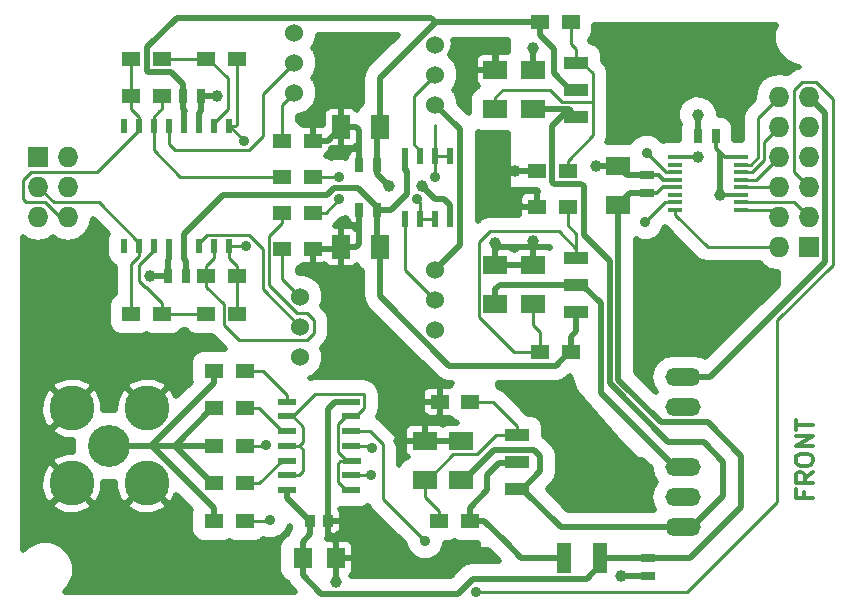
<source format=gtl>
%FSLAX34Y34*%
G04 Gerber Fmt 3.4, Leading zero omitted, Abs format*
G04 (created by PCBNEW (2014-02-24 BZR 4719)-product) date Thu 06 Mar 2014 01:02:44 GMT*
%MOIN*%
G01*
G70*
G90*
G04 APERTURE LIST*
%ADD10C,0.003937*%
%ADD11C,0.011811*%
%ADD12R,0.068000X0.068000*%
%ADD13O,0.068000X0.068000*%
%ADD14R,0.050000X0.015000*%
%ADD15R,0.025000X0.045000*%
%ADD16R,0.063000X0.071000*%
%ADD17R,0.035400X0.039400*%
%ADD18R,0.080000X0.060000*%
%ADD19R,0.045000X0.025000*%
%ADD20R,0.060000X0.080000*%
%ADD21O,0.118100X0.059100*%
%ADD22R,0.059100X0.047200*%
%ADD23C,0.060000*%
%ADD24R,0.059055X0.023622*%
%ADD25R,0.020000X0.045000*%
%ADD26R,0.023600X0.055100*%
%ADD27R,0.080000X0.144000*%
%ADD28R,0.080000X0.040000*%
%ADD29C,0.150000*%
%ADD30C,0.140000*%
%ADD31R,0.050000X0.100000*%
%ADD32C,0.039370*%
%ADD33C,0.035000*%
%ADD34C,0.019685*%
%ADD35C,0.010000*%
G04 APERTURE END LIST*
G54D10*
G54D11*
X104782Y-29904D02*
X104782Y-30101D01*
X105092Y-30101D02*
X104501Y-30101D01*
X104501Y-29820D01*
X105092Y-29257D02*
X104810Y-29454D01*
X105092Y-29595D02*
X104501Y-29595D01*
X104501Y-29370D01*
X104529Y-29314D01*
X104557Y-29285D01*
X104614Y-29257D01*
X104698Y-29257D01*
X104754Y-29285D01*
X104782Y-29314D01*
X104810Y-29370D01*
X104810Y-29595D01*
X104501Y-28892D02*
X104501Y-28779D01*
X104529Y-28723D01*
X104585Y-28667D01*
X104698Y-28639D01*
X104895Y-28639D01*
X105007Y-28667D01*
X105064Y-28723D01*
X105092Y-28779D01*
X105092Y-28892D01*
X105064Y-28948D01*
X105007Y-29004D01*
X104895Y-29032D01*
X104698Y-29032D01*
X104585Y-29004D01*
X104529Y-28948D01*
X104501Y-28892D01*
X105092Y-28385D02*
X104501Y-28385D01*
X105092Y-28048D01*
X104501Y-28048D01*
X104501Y-27851D02*
X104501Y-27514D01*
X105092Y-27682D02*
X104501Y-27682D01*
G54D12*
X79250Y-18750D03*
G54D13*
X79250Y-19750D03*
X79250Y-20750D03*
X80250Y-20750D03*
X80250Y-19750D03*
X80250Y-18750D03*
G54D12*
X104950Y-21750D03*
G54D13*
X104950Y-20750D03*
X104950Y-19750D03*
X104950Y-18750D03*
X104950Y-17750D03*
X104950Y-16750D03*
X103950Y-16750D03*
X103950Y-17750D03*
X103950Y-18750D03*
X103950Y-19750D03*
X103950Y-20750D03*
X103950Y-21750D03*
G54D14*
X100500Y-18750D03*
X100500Y-19000D03*
X100500Y-19250D03*
X100500Y-19500D03*
X100500Y-19750D03*
X100500Y-20000D03*
X100500Y-20250D03*
X100500Y-20500D03*
X102700Y-20500D03*
X102700Y-20250D03*
X102700Y-20000D03*
X102700Y-19750D03*
X102700Y-19500D03*
X102700Y-19250D03*
X102700Y-19000D03*
X102700Y-18750D03*
G54D15*
X101850Y-18050D03*
X101250Y-18050D03*
G54D16*
X88075Y-32125D03*
X89175Y-32125D03*
G54D17*
X88329Y-30875D03*
X88921Y-30875D03*
G54D18*
X93350Y-29500D03*
X93350Y-28200D03*
X98600Y-20350D03*
X98600Y-19050D03*
G54D19*
X99550Y-19950D03*
X99550Y-19350D03*
G54D18*
X92150Y-29500D03*
X92150Y-28200D03*
X95750Y-17150D03*
X95750Y-15850D03*
G54D20*
X90650Y-17750D03*
X89350Y-17750D03*
G54D15*
X90550Y-19000D03*
X89950Y-19000D03*
G54D18*
X94500Y-17150D03*
X94500Y-15850D03*
X95750Y-22350D03*
X95750Y-23650D03*
X94500Y-22350D03*
X94500Y-23650D03*
G54D20*
X89350Y-21750D03*
X90650Y-21750D03*
G54D15*
X89950Y-20500D03*
X90550Y-20500D03*
G54D21*
X100766Y-26087D03*
X100766Y-27087D03*
X100766Y-29087D03*
X100766Y-30087D03*
X100766Y-31087D03*
G54D22*
X86137Y-30875D03*
X85113Y-30875D03*
X86137Y-28375D03*
X85113Y-28375D03*
X86137Y-25875D03*
X85113Y-25875D03*
X86137Y-27125D03*
X85113Y-27125D03*
X86137Y-29625D03*
X85113Y-29625D03*
X84863Y-15475D03*
X85887Y-15475D03*
X83387Y-16725D03*
X82363Y-16725D03*
X82363Y-15475D03*
X83387Y-15475D03*
X88412Y-18200D03*
X87388Y-18200D03*
X83387Y-23975D03*
X82363Y-23975D03*
X84863Y-22725D03*
X85887Y-22725D03*
X85887Y-23975D03*
X84863Y-23975D03*
X88412Y-21800D03*
X87388Y-21800D03*
X93637Y-30875D03*
X92613Y-30875D03*
X93662Y-26900D03*
X92638Y-26900D03*
X95988Y-14250D03*
X97012Y-14250D03*
X96912Y-19200D03*
X95888Y-19200D03*
X95888Y-20400D03*
X96912Y-20400D03*
X95988Y-25250D03*
X97012Y-25250D03*
G54D23*
X87800Y-15600D03*
X87800Y-16600D03*
X87800Y-14600D03*
X92500Y-16000D03*
X92500Y-15000D03*
X92500Y-17000D03*
X88000Y-24400D03*
X88000Y-23400D03*
X88000Y-25400D03*
X92500Y-23500D03*
X92500Y-24500D03*
X92500Y-22500D03*
G54D24*
X89687Y-29851D03*
X89687Y-29359D03*
X89725Y-28875D03*
X89687Y-28375D03*
X89687Y-27882D03*
X89687Y-27390D03*
X89687Y-26898D03*
X87562Y-26898D03*
X87562Y-27390D03*
X87562Y-27882D03*
X87562Y-28375D03*
X87562Y-28867D03*
X87562Y-29359D03*
X87562Y-29851D03*
G54D25*
X85625Y-17725D03*
X85125Y-17725D03*
X84625Y-17725D03*
X84125Y-17725D03*
X83625Y-17725D03*
X83125Y-17725D03*
X82625Y-17725D03*
X82125Y-17725D03*
X82125Y-21725D03*
X82625Y-21725D03*
X83125Y-21725D03*
X83625Y-21725D03*
X84125Y-21725D03*
X84625Y-21725D03*
X85125Y-21725D03*
X85625Y-21725D03*
G54D26*
X93000Y-20800D03*
X93000Y-18700D03*
X92500Y-20800D03*
X92000Y-20800D03*
X91500Y-20800D03*
X92500Y-18700D03*
X92000Y-18700D03*
X91500Y-18700D03*
G54D27*
X97825Y-28900D03*
G54D28*
X95225Y-28900D03*
X95225Y-29800D03*
X95225Y-28000D03*
G54D27*
X99800Y-16500D03*
G54D28*
X97200Y-16500D03*
X97200Y-17400D03*
X97200Y-15600D03*
G54D27*
X99800Y-23000D03*
G54D28*
X97200Y-23000D03*
X97200Y-23900D03*
X97200Y-22100D03*
G54D29*
X80375Y-29625D03*
G54D30*
X81625Y-28375D03*
G54D29*
X80375Y-27125D03*
X82875Y-29625D03*
X82875Y-27125D03*
G54D15*
X84075Y-16725D03*
X84675Y-16725D03*
X83575Y-22725D03*
X84175Y-22725D03*
G54D22*
X87388Y-19400D03*
X88412Y-19400D03*
X87388Y-20600D03*
X88412Y-20600D03*
G54D19*
X99600Y-32100D03*
X99600Y-32700D03*
G54D31*
X98000Y-32100D03*
X96800Y-32100D03*
G54D32*
X102000Y-20000D03*
G54D33*
X93850Y-33250D03*
X92150Y-31550D03*
G54D32*
X101250Y-18750D03*
G54D33*
X99550Y-18600D03*
X86125Y-18200D03*
X99500Y-20900D03*
X86175Y-21725D03*
G54D32*
X98700Y-32700D03*
X91900Y-26900D03*
X91300Y-28200D03*
X94500Y-21600D03*
X89200Y-32900D03*
X97850Y-19050D03*
X95150Y-19200D03*
X95150Y-20400D03*
X95750Y-21550D03*
X89350Y-22600D03*
X82975Y-22725D03*
X85225Y-16725D03*
X89350Y-16900D03*
X101250Y-17350D03*
X95750Y-15100D03*
X94500Y-15100D03*
G54D33*
X87000Y-30850D03*
X90350Y-29350D03*
X90400Y-28450D03*
X86850Y-28350D03*
X89300Y-19400D03*
X92500Y-19400D03*
X89300Y-20150D03*
X91900Y-20150D03*
G54D32*
X92050Y-19700D03*
X90950Y-19700D03*
G54D34*
X102000Y-20000D02*
X102000Y-18600D01*
X102000Y-18600D02*
X102000Y-18650D01*
X102000Y-18650D02*
X102000Y-18600D01*
G54D11*
X102700Y-20000D02*
X102000Y-20000D01*
X102700Y-18750D02*
X102150Y-18750D01*
X102150Y-18750D02*
X102000Y-18600D01*
X101850Y-18450D02*
X101850Y-18050D01*
X102000Y-18600D02*
X101850Y-18450D01*
G54D34*
X98000Y-32350D02*
X98000Y-32100D01*
X97551Y-32798D02*
X98000Y-32350D01*
X93748Y-32798D02*
X97551Y-32798D01*
X88693Y-33295D02*
X93252Y-33295D01*
X88075Y-32676D02*
X88693Y-33295D01*
X93252Y-33295D02*
X93748Y-32798D01*
X88075Y-32125D02*
X88075Y-32676D01*
X100996Y-32100D02*
X101515Y-31580D01*
X100021Y-32100D02*
X100996Y-32100D01*
X99600Y-32100D02*
X100021Y-32100D01*
X98446Y-32100D02*
X99600Y-32100D01*
X98000Y-32100D02*
X98446Y-32100D01*
X87562Y-29851D02*
X87562Y-30108D01*
X87562Y-30108D02*
X88329Y-30875D01*
X88329Y-30875D02*
X88329Y-31321D01*
X88075Y-31575D02*
X88075Y-32125D01*
X88329Y-31321D02*
X88075Y-31575D01*
G54D11*
X100500Y-19750D02*
X100100Y-19750D01*
X100100Y-19750D02*
X99900Y-19950D01*
G54D34*
X101515Y-31580D02*
X102700Y-30396D01*
X102700Y-28700D02*
X101580Y-27580D01*
X102700Y-30396D02*
X102700Y-28700D01*
X100769Y-27580D02*
X100016Y-27580D01*
X101580Y-27580D02*
X100769Y-27580D01*
X98600Y-26164D02*
X98600Y-20846D01*
X98600Y-20846D02*
X98600Y-20350D01*
X100016Y-27580D02*
X98600Y-26164D01*
X99550Y-19950D02*
X99000Y-19950D01*
X99000Y-19950D02*
X98600Y-20350D01*
G54D11*
X99900Y-19950D02*
X99550Y-19950D01*
G54D34*
X90550Y-20400D02*
X90550Y-20500D01*
X89926Y-19776D02*
X90550Y-20400D01*
X89120Y-19776D02*
X89926Y-19776D01*
X88897Y-20000D02*
X89120Y-19776D01*
X85428Y-20000D02*
X88897Y-20000D01*
X84125Y-21303D02*
X85428Y-20000D01*
X84125Y-21725D02*
X84125Y-21303D01*
X91545Y-19969D02*
X91545Y-19217D01*
X91500Y-19172D02*
X91500Y-18700D01*
X90550Y-20500D02*
X91014Y-20500D01*
X91014Y-20500D02*
X91545Y-19969D01*
X91545Y-19217D02*
X91500Y-19172D01*
X84175Y-22203D02*
X84175Y-22725D01*
X84178Y-22200D02*
X84175Y-22203D01*
X84125Y-21725D02*
X84125Y-22146D01*
X84125Y-22146D02*
X84178Y-22200D01*
X90550Y-21650D02*
X90650Y-21750D01*
X90550Y-20500D02*
X90550Y-21650D01*
X90650Y-23387D02*
X90650Y-21750D01*
X92962Y-25700D02*
X90650Y-23387D01*
X96502Y-25700D02*
X92962Y-25700D01*
X96952Y-25250D02*
X96502Y-25700D01*
X97012Y-25250D02*
X96952Y-25250D01*
X97012Y-24738D02*
X97012Y-25250D01*
X97200Y-24550D02*
X97012Y-24738D01*
X97200Y-23900D02*
X97200Y-24550D01*
G54D35*
X104610Y-20410D02*
X104950Y-20750D01*
X104459Y-20259D02*
X104610Y-20410D01*
X102959Y-20259D02*
X104459Y-20259D01*
X102949Y-20250D02*
X102959Y-20259D01*
X102700Y-20250D02*
X102949Y-20250D01*
X89687Y-27882D02*
X90332Y-27882D01*
X90750Y-28300D02*
X90332Y-27882D01*
X90750Y-30150D02*
X90750Y-28300D01*
X92150Y-31550D02*
X90750Y-30150D01*
X100900Y-33250D02*
X93850Y-33250D01*
X93850Y-33250D02*
X93849Y-33250D01*
X103900Y-30249D02*
X100900Y-33250D01*
X103900Y-24188D02*
X103900Y-30249D01*
X104950Y-19750D02*
X104459Y-19259D01*
X104459Y-19259D02*
X104459Y-16514D01*
X104459Y-16514D02*
X104714Y-16259D01*
X105736Y-16811D02*
X105736Y-22351D01*
X104714Y-16259D02*
X105185Y-16259D01*
X105185Y-16259D02*
X105736Y-16811D01*
X105736Y-22351D02*
X103900Y-24188D01*
G54D34*
X82614Y-28375D02*
X81625Y-28375D01*
X83803Y-28375D02*
X82614Y-28375D01*
X85053Y-29625D02*
X83803Y-28375D01*
X85113Y-29625D02*
X85053Y-29625D01*
X83045Y-28375D02*
X82614Y-28375D01*
X85113Y-30442D02*
X83045Y-28375D01*
X85113Y-30875D02*
X85113Y-30442D01*
X83803Y-28375D02*
X82614Y-28375D01*
X85053Y-27125D02*
X83803Y-28375D01*
X85113Y-27125D02*
X85053Y-27125D01*
X83028Y-28375D02*
X82614Y-28375D01*
X85113Y-26290D02*
X83028Y-28375D01*
X85113Y-25875D02*
X85113Y-26290D01*
X81625Y-28375D02*
X85113Y-28375D01*
G54D35*
X102700Y-19750D02*
X103950Y-19750D01*
X103459Y-18240D02*
X103610Y-18089D01*
X103459Y-18840D02*
X103459Y-18240D01*
X103610Y-18089D02*
X103950Y-17750D01*
X103050Y-19250D02*
X103459Y-18840D01*
X102700Y-19250D02*
X103050Y-19250D01*
X103469Y-21750D02*
X103950Y-21750D01*
X101575Y-21750D02*
X103469Y-21750D01*
X100500Y-20675D02*
X101575Y-21750D01*
X100500Y-20500D02*
X100500Y-20675D01*
G54D11*
X100500Y-18750D02*
X101250Y-18750D01*
G54D34*
X92799Y-22200D02*
X92500Y-22500D01*
X93316Y-21683D02*
X92799Y-22200D01*
X93316Y-17816D02*
X93316Y-21683D01*
X92500Y-17000D02*
X93316Y-17816D01*
G54D35*
X100500Y-19250D02*
X100200Y-19250D01*
X100200Y-19250D02*
X99550Y-18600D01*
X79975Y-20750D02*
X80250Y-20750D01*
X78759Y-20159D02*
X78859Y-20259D01*
X78759Y-19514D02*
X78759Y-20159D01*
X81215Y-19259D02*
X79014Y-19259D01*
X79014Y-19259D02*
X78759Y-19514D01*
X82625Y-17850D02*
X81215Y-19259D01*
X78859Y-20259D02*
X79485Y-20259D01*
X82625Y-17725D02*
X82625Y-17850D01*
X79485Y-20259D02*
X79975Y-20750D01*
X82363Y-16725D02*
X82363Y-15475D01*
X82363Y-17138D02*
X82363Y-16725D01*
X82524Y-17299D02*
X82363Y-17138D01*
X82625Y-17725D02*
X82625Y-17400D01*
X82625Y-17400D02*
X82524Y-17299D01*
X85625Y-17725D02*
X85650Y-17725D01*
X85650Y-17725D02*
X86125Y-18200D01*
X85887Y-17663D02*
X85825Y-17725D01*
X85887Y-15475D02*
X85887Y-17663D01*
X85825Y-17725D02*
X85625Y-17725D01*
X100500Y-20250D02*
X100150Y-20250D01*
X100150Y-20250D02*
X99500Y-20900D01*
X85625Y-21725D02*
X86175Y-21725D01*
X85887Y-22725D02*
X85887Y-23975D01*
X85625Y-22127D02*
X85625Y-21725D01*
X85848Y-22350D02*
X85625Y-22127D01*
X85887Y-22725D02*
X85887Y-22389D01*
X85887Y-22389D02*
X85848Y-22350D01*
X82625Y-21600D02*
X81284Y-20259D01*
X82625Y-21725D02*
X82625Y-21600D01*
X79258Y-19750D02*
X79250Y-19750D01*
X81284Y-20259D02*
X79768Y-20259D01*
X79768Y-20259D02*
X79258Y-19750D01*
X82625Y-22050D02*
X82625Y-21725D01*
X82363Y-22312D02*
X82625Y-22050D01*
X82363Y-23975D02*
X82363Y-22312D01*
G54D34*
X101553Y-26087D02*
X100766Y-26087D01*
X101650Y-26087D02*
X101553Y-26087D01*
X105488Y-22248D02*
X101650Y-26087D01*
X104950Y-16750D02*
X105488Y-17288D01*
X105488Y-17288D02*
X105488Y-22248D01*
X95425Y-29800D02*
X95225Y-29800D01*
X96000Y-29225D02*
X95425Y-29800D01*
X96000Y-28725D02*
X96000Y-29225D01*
X95776Y-28501D02*
X96000Y-28725D01*
X93350Y-29500D02*
X93450Y-29500D01*
X93450Y-29500D02*
X94448Y-28501D01*
X94448Y-28501D02*
X95776Y-28501D01*
X95225Y-29800D02*
X95385Y-29800D01*
X99978Y-31087D02*
X100766Y-31087D01*
X96672Y-31087D02*
X99978Y-31087D01*
X95385Y-29800D02*
X96672Y-31087D01*
X101450Y-28249D02*
X102100Y-28899D01*
X100266Y-28249D02*
X101450Y-28249D01*
X96399Y-19576D02*
X96457Y-19634D01*
X98303Y-26287D02*
X100266Y-28249D01*
X98303Y-22203D02*
X98303Y-26287D01*
X97454Y-21354D02*
X98303Y-22203D01*
X101061Y-31087D02*
X100766Y-31087D01*
X97366Y-19634D02*
X97454Y-19722D01*
X96399Y-17700D02*
X96399Y-19576D01*
X97454Y-19722D02*
X97454Y-21354D01*
X96950Y-17150D02*
X96399Y-17700D01*
X102100Y-28899D02*
X102100Y-30048D01*
X102100Y-30048D02*
X101061Y-31087D01*
X96457Y-19634D02*
X97366Y-19634D01*
X96950Y-17150D02*
X97200Y-17400D01*
X95750Y-17150D02*
X96950Y-17150D01*
X98006Y-26622D02*
X100471Y-29087D01*
X98006Y-23606D02*
X98006Y-26622D01*
X100471Y-29087D02*
X100766Y-29087D01*
X97400Y-23000D02*
X98006Y-23606D01*
X97200Y-23000D02*
X97400Y-23000D01*
X96603Y-23000D02*
X97200Y-23000D01*
X94653Y-23000D02*
X96603Y-23000D01*
X94500Y-23153D02*
X94653Y-23000D01*
X94500Y-23650D02*
X94500Y-23153D01*
X97200Y-23000D02*
X97400Y-23000D01*
G54D35*
X103700Y-20500D02*
X103950Y-20750D01*
X102700Y-20500D02*
X103700Y-20500D01*
X103610Y-17089D02*
X103950Y-16750D01*
X103259Y-17440D02*
X103610Y-17089D01*
X103259Y-18757D02*
X103259Y-17440D01*
X103017Y-19000D02*
X103259Y-18757D01*
X102700Y-19000D02*
X103017Y-19000D01*
X103200Y-19500D02*
X103950Y-18750D01*
X102700Y-19500D02*
X103200Y-19500D01*
G54D34*
X99600Y-32700D02*
X98700Y-32700D01*
X89300Y-21800D02*
X89350Y-21750D01*
X88412Y-21800D02*
X89300Y-21800D01*
X89350Y-17754D02*
X89350Y-17750D01*
X88904Y-18200D02*
X89350Y-17754D01*
X88412Y-18200D02*
X88904Y-18200D01*
X89846Y-21750D02*
X89350Y-21750D01*
X89950Y-21646D02*
X89846Y-21750D01*
X89950Y-20500D02*
X89950Y-21646D01*
X89950Y-18578D02*
X89950Y-19000D01*
X89846Y-17750D02*
X89950Y-17853D01*
X89950Y-17853D02*
X89950Y-18578D01*
X89350Y-17750D02*
X89846Y-17750D01*
X92150Y-28200D02*
X91300Y-28200D01*
X92638Y-26900D02*
X91900Y-26900D01*
X83575Y-22196D02*
X83575Y-22725D01*
X83600Y-22171D02*
X83575Y-22196D01*
X83625Y-21725D02*
X83625Y-22146D01*
X83625Y-22146D02*
X83600Y-22171D01*
X84625Y-17275D02*
X84625Y-17725D01*
X84675Y-17225D02*
X84625Y-17275D01*
X84675Y-16725D02*
X84675Y-17225D01*
X94500Y-22350D02*
X94500Y-21600D01*
X89175Y-32875D02*
X89200Y-32900D01*
X89175Y-32125D02*
X89175Y-32875D01*
X93650Y-28200D02*
X92150Y-28200D01*
X89687Y-26898D02*
X89151Y-26898D01*
X88921Y-27129D02*
X88921Y-30875D01*
X89151Y-26898D02*
X88921Y-27129D01*
X88921Y-30875D02*
X88921Y-31321D01*
X89175Y-31575D02*
X89175Y-32125D01*
X88921Y-31321D02*
X89175Y-31575D01*
X101250Y-18050D02*
X101250Y-17350D01*
X99550Y-19350D02*
X98900Y-19350D01*
X98900Y-19350D02*
X98600Y-19050D01*
X98600Y-19050D02*
X97850Y-19050D01*
X95888Y-19200D02*
X95150Y-19200D01*
X95888Y-20400D02*
X95150Y-20400D01*
X95750Y-22350D02*
X95750Y-21550D01*
X89350Y-21750D02*
X89350Y-22600D01*
X84675Y-16725D02*
X85225Y-16725D01*
X83575Y-22725D02*
X82975Y-22725D01*
X95750Y-15850D02*
X95750Y-15100D01*
X94500Y-15850D02*
X94500Y-15100D01*
X89350Y-17750D02*
X89350Y-16900D01*
G54D11*
X100500Y-19500D02*
X100100Y-19500D01*
X99950Y-19350D02*
X99550Y-19350D01*
X100100Y-19500D02*
X99950Y-19350D01*
G54D35*
X92150Y-30076D02*
X92150Y-29500D01*
X92274Y-30200D02*
X92150Y-30076D01*
X92613Y-30875D02*
X92613Y-30539D01*
X92613Y-30539D02*
X92274Y-30200D01*
X95225Y-27700D02*
X95225Y-28000D01*
X94425Y-26900D02*
X95225Y-27700D01*
X93662Y-26900D02*
X94425Y-26900D01*
X93099Y-28650D02*
X92250Y-29500D01*
X93870Y-28650D02*
X93099Y-28650D01*
X94520Y-28000D02*
X93870Y-28650D01*
X92250Y-29500D02*
X92150Y-29500D01*
X95225Y-28000D02*
X94520Y-28000D01*
X96729Y-16900D02*
X97750Y-16900D01*
X96329Y-16500D02*
X96729Y-16900D01*
X97750Y-16900D02*
X97750Y-18025D01*
X94750Y-16500D02*
X96329Y-16500D01*
X97750Y-15950D02*
X97750Y-16900D01*
X94500Y-17150D02*
X94500Y-16750D01*
X94500Y-16750D02*
X94750Y-16500D01*
X97200Y-15150D02*
X97200Y-15600D01*
X97012Y-14962D02*
X97200Y-15150D01*
X97012Y-14250D02*
X97012Y-14962D01*
X96912Y-18864D02*
X96912Y-19200D01*
X97750Y-18025D02*
X96912Y-18864D01*
X97200Y-15600D02*
X97400Y-15600D01*
X97400Y-15600D02*
X97750Y-15950D01*
X95129Y-25250D02*
X95988Y-25250D01*
X93949Y-21586D02*
X93949Y-24070D01*
X94333Y-21203D02*
X93949Y-21586D01*
X96603Y-21203D02*
X94333Y-21203D01*
X97200Y-21800D02*
X96603Y-21203D01*
X93949Y-24070D02*
X95129Y-25250D01*
X97200Y-22100D02*
X97200Y-21800D01*
X95988Y-24588D02*
X95988Y-25250D01*
X95750Y-24350D02*
X95988Y-24588D01*
X95750Y-23650D02*
X95750Y-24350D01*
X96912Y-21012D02*
X96912Y-20400D01*
X97200Y-21300D02*
X96912Y-21012D01*
X97200Y-22100D02*
X97200Y-21300D01*
G54D34*
X95354Y-32100D02*
X94835Y-31580D01*
X96800Y-32100D02*
X95354Y-32100D01*
X94129Y-30875D02*
X94835Y-31580D01*
X94619Y-28930D02*
X95194Y-28930D01*
X95194Y-28930D02*
X95225Y-28900D01*
X93637Y-30875D02*
X94129Y-30875D01*
X94221Y-29329D02*
X94619Y-28930D01*
X94221Y-29857D02*
X94221Y-29329D01*
X93637Y-30442D02*
X94221Y-29857D01*
X93637Y-30875D02*
X93637Y-30442D01*
X94619Y-28930D02*
X94221Y-29329D01*
G54D35*
X89687Y-29359D02*
X90340Y-29359D01*
X86975Y-30875D02*
X86137Y-30875D01*
X87000Y-30850D02*
X86975Y-30875D01*
X90340Y-29359D02*
X90350Y-29350D01*
X86137Y-28375D02*
X86825Y-28375D01*
X90325Y-28375D02*
X89687Y-28375D01*
X90400Y-28450D02*
X90325Y-28375D01*
X86825Y-28375D02*
X86850Y-28350D01*
X87562Y-26680D02*
X87562Y-26898D01*
X86756Y-25875D02*
X87562Y-26680D01*
X86137Y-25875D02*
X86756Y-25875D01*
X87384Y-27882D02*
X87562Y-27882D01*
X86626Y-27125D02*
X87384Y-27882D01*
X86137Y-27125D02*
X86626Y-27125D01*
X87384Y-28867D02*
X87562Y-28867D01*
X86626Y-29625D02*
X87384Y-28867D01*
X86137Y-29625D02*
X86626Y-29625D01*
X85571Y-17153D02*
X85125Y-17600D01*
X85125Y-17600D02*
X85125Y-17725D01*
X85571Y-16124D02*
X85571Y-17153D01*
X84922Y-15475D02*
X85571Y-16124D01*
X84863Y-15475D02*
X84922Y-15475D01*
X84467Y-15475D02*
X83387Y-15475D01*
X84863Y-15475D02*
X84467Y-15475D01*
X83125Y-18525D02*
X83125Y-17725D01*
X84000Y-19400D02*
X83125Y-18525D01*
X87388Y-19400D02*
X84000Y-19400D01*
X83387Y-17138D02*
X83387Y-16725D01*
X83300Y-17225D02*
X83387Y-17138D01*
X83125Y-17725D02*
X83125Y-17400D01*
X83125Y-17400D02*
X83300Y-17225D01*
X87388Y-17012D02*
X87800Y-16600D01*
X87388Y-18200D02*
X87388Y-17012D01*
X92500Y-18700D02*
X92500Y-19400D01*
X89300Y-19400D02*
X88412Y-19400D01*
X92500Y-18700D02*
X92500Y-17666D01*
X92500Y-18700D02*
X92500Y-17666D01*
X93000Y-18700D02*
X92500Y-18700D01*
X82628Y-22891D02*
X82628Y-22346D01*
X82808Y-23071D02*
X82628Y-22891D01*
X82850Y-23071D02*
X82808Y-23071D01*
X83387Y-23608D02*
X82850Y-23071D01*
X83387Y-23975D02*
X83387Y-23608D01*
X83125Y-21850D02*
X83125Y-21725D01*
X82628Y-22346D02*
X83125Y-21850D01*
X83782Y-23975D02*
X84863Y-23975D01*
X83387Y-23975D02*
X83782Y-23975D01*
X85441Y-23639D02*
X84863Y-23061D01*
X86942Y-23008D02*
X87883Y-23949D01*
X87388Y-20600D02*
X87388Y-20936D01*
X85441Y-24331D02*
X85441Y-23639D01*
X87883Y-23949D02*
X88216Y-23949D01*
X88450Y-24616D02*
X88216Y-24850D01*
X84863Y-23061D02*
X84863Y-22725D01*
X88450Y-24183D02*
X88450Y-24616D01*
X85960Y-24850D02*
X85441Y-24331D01*
X86942Y-21381D02*
X86942Y-23008D01*
X87388Y-20936D02*
X86942Y-21381D01*
X88216Y-24850D02*
X85960Y-24850D01*
X88216Y-23949D02*
X88450Y-24183D01*
X85125Y-22127D02*
X85125Y-22050D01*
X84863Y-22389D02*
X85125Y-22127D01*
X85125Y-22050D02*
X85125Y-21725D01*
X84863Y-22725D02*
X84863Y-22389D01*
X87388Y-22788D02*
X87388Y-21800D01*
X87400Y-22800D02*
X87388Y-22788D01*
X88000Y-23400D02*
X87400Y-22800D01*
X88412Y-20600D02*
X88850Y-20600D01*
X88850Y-20600D02*
X89300Y-20150D01*
X89300Y-20150D02*
X89300Y-20150D01*
X89300Y-20150D02*
X89300Y-20150D01*
X91900Y-20150D02*
X92000Y-20250D01*
X92000Y-20250D02*
X92000Y-20800D01*
X92282Y-20800D02*
X92000Y-20800D01*
X92500Y-20800D02*
X92282Y-20800D01*
X83625Y-18325D02*
X83625Y-17725D01*
X83825Y-18525D02*
X83625Y-18325D01*
X87800Y-15600D02*
X86749Y-16650D01*
X86749Y-16650D02*
X86749Y-18056D01*
X86749Y-18056D02*
X86281Y-18525D01*
X86281Y-18525D02*
X83825Y-18525D01*
X91782Y-18324D02*
X92000Y-18542D01*
X92500Y-16000D02*
X91782Y-16718D01*
X91782Y-16718D02*
X91782Y-18324D01*
X92000Y-18542D02*
X92000Y-18700D01*
X86281Y-21349D02*
X84875Y-21349D01*
X84875Y-21349D02*
X84625Y-21600D01*
X84625Y-21600D02*
X84625Y-21725D01*
X86742Y-21811D02*
X86281Y-21349D01*
X86742Y-23142D02*
X86742Y-21811D01*
X88000Y-24400D02*
X86742Y-23142D01*
X91500Y-22500D02*
X91500Y-20800D01*
X92500Y-23500D02*
X91500Y-22500D01*
X89510Y-29851D02*
X89687Y-29851D01*
X89242Y-29583D02*
X89510Y-29851D01*
X89242Y-28962D02*
X89242Y-29583D01*
X89329Y-28875D02*
X89242Y-28962D01*
X89725Y-28875D02*
X89329Y-28875D01*
X89242Y-28569D02*
X89547Y-28875D01*
X89547Y-28875D02*
X89725Y-28875D01*
X89242Y-27658D02*
X89242Y-28569D01*
X89510Y-27390D02*
X89242Y-27658D01*
X89687Y-27390D02*
X89510Y-27390D01*
X89865Y-27390D02*
X89687Y-27390D01*
X90133Y-27122D02*
X89865Y-27390D01*
X90103Y-26630D02*
X90133Y-26660D01*
X88499Y-26630D02*
X90103Y-26630D01*
X87739Y-27390D02*
X88499Y-26630D01*
X90133Y-26660D02*
X90133Y-27122D01*
X87562Y-27390D02*
X87739Y-27390D01*
X87739Y-27390D02*
X87562Y-27390D01*
X88100Y-27751D02*
X87739Y-27390D01*
X88100Y-28232D02*
X88100Y-27751D01*
X87562Y-28375D02*
X87957Y-28375D01*
X87957Y-28375D02*
X88100Y-28232D01*
X87975Y-28375D02*
X87562Y-28375D01*
X88100Y-28500D02*
X87975Y-28375D01*
X88100Y-28735D02*
X88100Y-28500D01*
X88100Y-29216D02*
X88100Y-28735D01*
X87562Y-29359D02*
X87957Y-29359D01*
X87957Y-29359D02*
X88100Y-29216D01*
G54D34*
X92363Y-14101D02*
X92512Y-14250D01*
X83871Y-14101D02*
X92363Y-14101D01*
X82893Y-15080D02*
X83871Y-14101D01*
X82893Y-15869D02*
X82893Y-15080D01*
X82932Y-15909D02*
X82893Y-15869D01*
X83681Y-15909D02*
X82932Y-15909D01*
X84075Y-16303D02*
X83681Y-15909D01*
X84075Y-16725D02*
X84075Y-16303D01*
X90650Y-17153D02*
X90650Y-17750D01*
X84125Y-17246D02*
X84125Y-17725D01*
X84150Y-17221D02*
X84125Y-17246D01*
X84075Y-16725D02*
X84075Y-17146D01*
X84075Y-17146D02*
X84150Y-17221D01*
X90550Y-19000D02*
X90550Y-19300D01*
X93000Y-20350D02*
X93000Y-20800D01*
X92800Y-20150D02*
X93000Y-20350D01*
X92500Y-20150D02*
X92800Y-20150D01*
X92050Y-19700D02*
X92500Y-20150D01*
X90550Y-19300D02*
X90950Y-19700D01*
X90550Y-17850D02*
X90650Y-17750D01*
X90550Y-19000D02*
X90550Y-17850D01*
X90650Y-16112D02*
X90650Y-17153D01*
X92512Y-14250D02*
X90650Y-16112D01*
X95988Y-14250D02*
X92512Y-14250D01*
X95988Y-14682D02*
X95988Y-14250D01*
X96450Y-15144D02*
X95988Y-14682D01*
X96450Y-15950D02*
X96450Y-15144D01*
X97200Y-16500D02*
X97000Y-16500D01*
X97000Y-16500D02*
X96450Y-15950D01*
G54D10*
G36*
X87801Y-33238D02*
X83577Y-33238D01*
X83577Y-30329D01*
X82875Y-29627D01*
X82172Y-30329D01*
X82247Y-30490D01*
X82626Y-30664D01*
X83043Y-30680D01*
X83434Y-30535D01*
X83502Y-30490D01*
X83577Y-30329D01*
X83577Y-33238D01*
X81077Y-33238D01*
X81077Y-30329D01*
X80375Y-29627D01*
X80372Y-29629D01*
X80372Y-29625D01*
X79670Y-28922D01*
X79509Y-28997D01*
X79335Y-29376D01*
X79319Y-29793D01*
X79464Y-30184D01*
X79509Y-30252D01*
X79670Y-30327D01*
X80372Y-29625D01*
X80372Y-29629D01*
X79672Y-30329D01*
X79747Y-30490D01*
X80126Y-30664D01*
X80543Y-30680D01*
X80934Y-30535D01*
X81002Y-30490D01*
X81077Y-30329D01*
X81077Y-33238D01*
X80153Y-33238D01*
X80333Y-33058D01*
X80483Y-32696D01*
X80484Y-32305D01*
X80334Y-31943D01*
X80058Y-31666D01*
X79696Y-31516D01*
X79305Y-31515D01*
X78943Y-31665D01*
X78761Y-31846D01*
X78761Y-21421D01*
X78931Y-21535D01*
X79250Y-21598D01*
X79568Y-21535D01*
X79750Y-21413D01*
X79931Y-21535D01*
X80250Y-21598D01*
X80568Y-21535D01*
X80838Y-21354D01*
X81018Y-21084D01*
X81072Y-20814D01*
X81570Y-21311D01*
X81532Y-21402D01*
X81532Y-21597D01*
X81532Y-22047D01*
X81607Y-22228D01*
X81746Y-22367D01*
X81820Y-22398D01*
X81820Y-23308D01*
X81788Y-23321D01*
X81650Y-23460D01*
X81575Y-23641D01*
X81575Y-23836D01*
X81575Y-24308D01*
X81650Y-24489D01*
X81788Y-24628D01*
X81969Y-24703D01*
X82165Y-24703D01*
X82756Y-24703D01*
X82874Y-24653D01*
X82993Y-24703D01*
X83189Y-24703D01*
X83780Y-24703D01*
X83961Y-24628D01*
X84072Y-24517D01*
X84177Y-24517D01*
X84288Y-24628D01*
X84469Y-24703D01*
X84665Y-24703D01*
X85050Y-24703D01*
X85058Y-24714D01*
X85490Y-25146D01*
X85310Y-25146D01*
X84719Y-25146D01*
X84538Y-25221D01*
X84400Y-25360D01*
X84325Y-25541D01*
X84325Y-25736D01*
X84325Y-26208D01*
X84335Y-26233D01*
X83844Y-26724D01*
X83785Y-26565D01*
X83740Y-26497D01*
X83579Y-26422D01*
X83577Y-26425D01*
X83577Y-26420D01*
X83502Y-26259D01*
X83123Y-26085D01*
X82706Y-26069D01*
X82315Y-26214D01*
X82247Y-26259D01*
X82172Y-26420D01*
X82875Y-27122D01*
X83577Y-26420D01*
X83577Y-26425D01*
X82877Y-27125D01*
X82882Y-27130D01*
X82880Y-27132D01*
X82875Y-27127D01*
X82869Y-27132D01*
X82867Y-27130D01*
X82872Y-27125D01*
X82170Y-26422D01*
X82009Y-26497D01*
X81835Y-26876D01*
X81823Y-27183D01*
X81421Y-27182D01*
X81430Y-26956D01*
X81285Y-26565D01*
X81240Y-26497D01*
X81079Y-26422D01*
X81077Y-26425D01*
X81077Y-26420D01*
X81002Y-26259D01*
X80623Y-26085D01*
X80206Y-26069D01*
X79815Y-26214D01*
X79747Y-26259D01*
X79672Y-26420D01*
X80375Y-27122D01*
X81077Y-26420D01*
X81077Y-26425D01*
X80377Y-27125D01*
X80382Y-27130D01*
X80380Y-27132D01*
X80375Y-27127D01*
X80372Y-27129D01*
X80372Y-27125D01*
X79670Y-26422D01*
X79509Y-26497D01*
X79335Y-26876D01*
X79319Y-27293D01*
X79464Y-27684D01*
X79509Y-27752D01*
X79670Y-27827D01*
X80372Y-27125D01*
X80372Y-27129D01*
X79672Y-27829D01*
X79747Y-27990D01*
X80126Y-28164D01*
X80433Y-28176D01*
X80432Y-28578D01*
X80206Y-28569D01*
X79815Y-28714D01*
X79747Y-28759D01*
X79672Y-28920D01*
X80375Y-29622D01*
X80380Y-29617D01*
X80382Y-29619D01*
X80377Y-29625D01*
X81079Y-30327D01*
X81240Y-30252D01*
X81414Y-29873D01*
X81426Y-29566D01*
X81828Y-29567D01*
X81819Y-29793D01*
X81964Y-30184D01*
X82009Y-30252D01*
X82170Y-30327D01*
X82872Y-29625D01*
X82867Y-29619D01*
X82869Y-29617D01*
X82875Y-29622D01*
X82880Y-29617D01*
X82882Y-29619D01*
X82877Y-29625D01*
X83579Y-30327D01*
X83740Y-30252D01*
X83849Y-30014D01*
X84340Y-30504D01*
X84325Y-30541D01*
X84325Y-30736D01*
X84325Y-31208D01*
X84400Y-31389D01*
X84538Y-31528D01*
X84719Y-31603D01*
X84915Y-31603D01*
X85506Y-31603D01*
X85624Y-31553D01*
X85743Y-31603D01*
X85939Y-31603D01*
X86530Y-31603D01*
X86711Y-31528D01*
X86764Y-31474D01*
X86866Y-31517D01*
X87132Y-31517D01*
X87377Y-31415D01*
X87565Y-31228D01*
X87647Y-31029D01*
X87659Y-31041D01*
X87659Y-31154D01*
X87657Y-31157D01*
X87544Y-31326D01*
X87481Y-31352D01*
X87342Y-31491D01*
X87267Y-31672D01*
X87267Y-31867D01*
X87267Y-32577D01*
X87342Y-32758D01*
X87481Y-32897D01*
X87542Y-32922D01*
X87657Y-33094D01*
X87801Y-33238D01*
X87801Y-33238D01*
G37*
G54D34*
X87801Y-33238D02*
X83577Y-33238D01*
X83577Y-30329D01*
X82875Y-29627D01*
X82172Y-30329D01*
X82247Y-30490D01*
X82626Y-30664D01*
X83043Y-30680D01*
X83434Y-30535D01*
X83502Y-30490D01*
X83577Y-30329D01*
X83577Y-33238D01*
X81077Y-33238D01*
X81077Y-30329D01*
X80375Y-29627D01*
X80372Y-29629D01*
X80372Y-29625D01*
X79670Y-28922D01*
X79509Y-28997D01*
X79335Y-29376D01*
X79319Y-29793D01*
X79464Y-30184D01*
X79509Y-30252D01*
X79670Y-30327D01*
X80372Y-29625D01*
X80372Y-29629D01*
X79672Y-30329D01*
X79747Y-30490D01*
X80126Y-30664D01*
X80543Y-30680D01*
X80934Y-30535D01*
X81002Y-30490D01*
X81077Y-30329D01*
X81077Y-33238D01*
X80153Y-33238D01*
X80333Y-33058D01*
X80483Y-32696D01*
X80484Y-32305D01*
X80334Y-31943D01*
X80058Y-31666D01*
X79696Y-31516D01*
X79305Y-31515D01*
X78943Y-31665D01*
X78761Y-31846D01*
X78761Y-21421D01*
X78931Y-21535D01*
X79250Y-21598D01*
X79568Y-21535D01*
X79750Y-21413D01*
X79931Y-21535D01*
X80250Y-21598D01*
X80568Y-21535D01*
X80838Y-21354D01*
X81018Y-21084D01*
X81072Y-20814D01*
X81570Y-21311D01*
X81532Y-21402D01*
X81532Y-21597D01*
X81532Y-22047D01*
X81607Y-22228D01*
X81746Y-22367D01*
X81820Y-22398D01*
X81820Y-23308D01*
X81788Y-23321D01*
X81650Y-23460D01*
X81575Y-23641D01*
X81575Y-23836D01*
X81575Y-24308D01*
X81650Y-24489D01*
X81788Y-24628D01*
X81969Y-24703D01*
X82165Y-24703D01*
X82756Y-24703D01*
X82874Y-24653D01*
X82993Y-24703D01*
X83189Y-24703D01*
X83780Y-24703D01*
X83961Y-24628D01*
X84072Y-24517D01*
X84177Y-24517D01*
X84288Y-24628D01*
X84469Y-24703D01*
X84665Y-24703D01*
X85050Y-24703D01*
X85058Y-24714D01*
X85490Y-25146D01*
X85310Y-25146D01*
X84719Y-25146D01*
X84538Y-25221D01*
X84400Y-25360D01*
X84325Y-25541D01*
X84325Y-25736D01*
X84325Y-26208D01*
X84335Y-26233D01*
X83844Y-26724D01*
X83785Y-26565D01*
X83740Y-26497D01*
X83579Y-26422D01*
X83577Y-26425D01*
X83577Y-26420D01*
X83502Y-26259D01*
X83123Y-26085D01*
X82706Y-26069D01*
X82315Y-26214D01*
X82247Y-26259D01*
X82172Y-26420D01*
X82875Y-27122D01*
X83577Y-26420D01*
X83577Y-26425D01*
X82877Y-27125D01*
X82882Y-27130D01*
X82880Y-27132D01*
X82875Y-27127D01*
X82869Y-27132D01*
X82867Y-27130D01*
X82872Y-27125D01*
X82170Y-26422D01*
X82009Y-26497D01*
X81835Y-26876D01*
X81823Y-27183D01*
X81421Y-27182D01*
X81430Y-26956D01*
X81285Y-26565D01*
X81240Y-26497D01*
X81079Y-26422D01*
X81077Y-26425D01*
X81077Y-26420D01*
X81002Y-26259D01*
X80623Y-26085D01*
X80206Y-26069D01*
X79815Y-26214D01*
X79747Y-26259D01*
X79672Y-26420D01*
X80375Y-27122D01*
X81077Y-26420D01*
X81077Y-26425D01*
X80377Y-27125D01*
X80382Y-27130D01*
X80380Y-27132D01*
X80375Y-27127D01*
X80372Y-27129D01*
X80372Y-27125D01*
X79670Y-26422D01*
X79509Y-26497D01*
X79335Y-26876D01*
X79319Y-27293D01*
X79464Y-27684D01*
X79509Y-27752D01*
X79670Y-27827D01*
X80372Y-27125D01*
X80372Y-27129D01*
X79672Y-27829D01*
X79747Y-27990D01*
X80126Y-28164D01*
X80433Y-28176D01*
X80432Y-28578D01*
X80206Y-28569D01*
X79815Y-28714D01*
X79747Y-28759D01*
X79672Y-28920D01*
X80375Y-29622D01*
X80380Y-29617D01*
X80382Y-29619D01*
X80377Y-29625D01*
X81079Y-30327D01*
X81240Y-30252D01*
X81414Y-29873D01*
X81426Y-29566D01*
X81828Y-29567D01*
X81819Y-29793D01*
X81964Y-30184D01*
X82009Y-30252D01*
X82170Y-30327D01*
X82872Y-29625D01*
X82867Y-29619D01*
X82869Y-29617D01*
X82875Y-29622D01*
X82880Y-29617D01*
X82882Y-29619D01*
X82877Y-29625D01*
X83579Y-30327D01*
X83740Y-30252D01*
X83849Y-30014D01*
X84340Y-30504D01*
X84325Y-30541D01*
X84325Y-30736D01*
X84325Y-31208D01*
X84400Y-31389D01*
X84538Y-31528D01*
X84719Y-31603D01*
X84915Y-31603D01*
X85506Y-31603D01*
X85624Y-31553D01*
X85743Y-31603D01*
X85939Y-31603D01*
X86530Y-31603D01*
X86711Y-31528D01*
X86764Y-31474D01*
X86866Y-31517D01*
X87132Y-31517D01*
X87377Y-31415D01*
X87565Y-31228D01*
X87647Y-31029D01*
X87659Y-31041D01*
X87659Y-31154D01*
X87657Y-31157D01*
X87544Y-31326D01*
X87481Y-31352D01*
X87342Y-31491D01*
X87267Y-31672D01*
X87267Y-31867D01*
X87267Y-32577D01*
X87342Y-32758D01*
X87481Y-32897D01*
X87542Y-32922D01*
X87657Y-33094D01*
X87801Y-33238D01*
G54D10*
G36*
X91235Y-14692D02*
X90232Y-15694D01*
X90104Y-15886D01*
X90059Y-16112D01*
X90059Y-16944D01*
X89932Y-17071D01*
X89891Y-17169D01*
X89819Y-17097D01*
X89709Y-17051D01*
X89426Y-17051D01*
X89351Y-17126D01*
X89351Y-17748D01*
X89359Y-17748D01*
X89359Y-17751D01*
X89351Y-17751D01*
X89351Y-18373D01*
X89426Y-18448D01*
X89709Y-18448D01*
X89819Y-18402D01*
X89891Y-18330D01*
X89932Y-18428D01*
X89959Y-18455D01*
X89959Y-18543D01*
X89951Y-18551D01*
X89951Y-18631D01*
X89948Y-18639D01*
X89948Y-18551D01*
X89873Y-18476D01*
X89765Y-18476D01*
X89655Y-18522D01*
X89572Y-18605D01*
X89526Y-18715D01*
X89526Y-18771D01*
X89433Y-18732D01*
X89167Y-18732D01*
X89029Y-18789D01*
X88986Y-18746D01*
X88861Y-18695D01*
X88876Y-18688D01*
X88960Y-18605D01*
X89005Y-18495D01*
X89005Y-18448D01*
X89273Y-18448D01*
X89348Y-18373D01*
X89348Y-17751D01*
X89340Y-17751D01*
X89340Y-17748D01*
X89348Y-17748D01*
X89348Y-17126D01*
X89273Y-17051D01*
X88990Y-17051D01*
X88880Y-17097D01*
X88797Y-17180D01*
X88751Y-17290D01*
X88751Y-17409D01*
X88751Y-17665D01*
X88488Y-17665D01*
X88413Y-17740D01*
X88413Y-18198D01*
X88421Y-18198D01*
X88421Y-18201D01*
X88413Y-18201D01*
X88413Y-18209D01*
X88410Y-18209D01*
X88410Y-18201D01*
X88402Y-18201D01*
X88402Y-18198D01*
X88410Y-18198D01*
X88410Y-17740D01*
X88335Y-17665D01*
X88081Y-17665D01*
X87962Y-17546D01*
X87930Y-17533D01*
X87930Y-17392D01*
X87956Y-17392D01*
X88248Y-17271D01*
X88471Y-17049D01*
X88591Y-16758D01*
X88592Y-16443D01*
X88471Y-16151D01*
X88420Y-16100D01*
X88471Y-16049D01*
X88591Y-15758D01*
X88592Y-15443D01*
X88471Y-15151D01*
X88420Y-15100D01*
X88471Y-15049D01*
X88591Y-14758D01*
X88592Y-14692D01*
X91235Y-14692D01*
X91235Y-14692D01*
G37*
G54D34*
X91235Y-14692D02*
X90232Y-15694D01*
X90104Y-15886D01*
X90059Y-16112D01*
X90059Y-16944D01*
X89932Y-17071D01*
X89891Y-17169D01*
X89819Y-17097D01*
X89709Y-17051D01*
X89426Y-17051D01*
X89351Y-17126D01*
X89351Y-17748D01*
X89359Y-17748D01*
X89359Y-17751D01*
X89351Y-17751D01*
X89351Y-18373D01*
X89426Y-18448D01*
X89709Y-18448D01*
X89819Y-18402D01*
X89891Y-18330D01*
X89932Y-18428D01*
X89959Y-18455D01*
X89959Y-18543D01*
X89951Y-18551D01*
X89951Y-18631D01*
X89948Y-18639D01*
X89948Y-18551D01*
X89873Y-18476D01*
X89765Y-18476D01*
X89655Y-18522D01*
X89572Y-18605D01*
X89526Y-18715D01*
X89526Y-18771D01*
X89433Y-18732D01*
X89167Y-18732D01*
X89029Y-18789D01*
X88986Y-18746D01*
X88861Y-18695D01*
X88876Y-18688D01*
X88960Y-18605D01*
X89005Y-18495D01*
X89005Y-18448D01*
X89273Y-18448D01*
X89348Y-18373D01*
X89348Y-17751D01*
X89340Y-17751D01*
X89340Y-17748D01*
X89348Y-17748D01*
X89348Y-17126D01*
X89273Y-17051D01*
X88990Y-17051D01*
X88880Y-17097D01*
X88797Y-17180D01*
X88751Y-17290D01*
X88751Y-17409D01*
X88751Y-17665D01*
X88488Y-17665D01*
X88413Y-17740D01*
X88413Y-18198D01*
X88421Y-18198D01*
X88421Y-18201D01*
X88413Y-18201D01*
X88413Y-18209D01*
X88410Y-18209D01*
X88410Y-18201D01*
X88402Y-18201D01*
X88402Y-18198D01*
X88410Y-18198D01*
X88410Y-17740D01*
X88335Y-17665D01*
X88081Y-17665D01*
X87962Y-17546D01*
X87930Y-17533D01*
X87930Y-17392D01*
X87956Y-17392D01*
X88248Y-17271D01*
X88471Y-17049D01*
X88591Y-16758D01*
X88592Y-16443D01*
X88471Y-16151D01*
X88420Y-16100D01*
X88471Y-16049D01*
X88591Y-15758D01*
X88592Y-15443D01*
X88471Y-15151D01*
X88420Y-15100D01*
X88471Y-15049D01*
X88591Y-14758D01*
X88592Y-14692D01*
X91235Y-14692D01*
G54D10*
G36*
X93204Y-27601D02*
X93009Y-27601D01*
X92890Y-27601D01*
X92780Y-27647D01*
X92750Y-27677D01*
X92719Y-27647D01*
X92636Y-27612D01*
X92636Y-27359D01*
X92636Y-26901D01*
X92636Y-26898D01*
X92636Y-26440D01*
X92561Y-26365D01*
X92283Y-26365D01*
X92173Y-26411D01*
X92089Y-26494D01*
X92044Y-26604D01*
X92044Y-26723D01*
X92044Y-26823D01*
X92118Y-26898D01*
X92636Y-26898D01*
X92636Y-26901D01*
X92118Y-26901D01*
X92044Y-26976D01*
X92044Y-27076D01*
X92044Y-27195D01*
X92089Y-27305D01*
X92173Y-27388D01*
X92283Y-27434D01*
X92561Y-27434D01*
X92636Y-27359D01*
X92636Y-27612D01*
X92609Y-27601D01*
X92490Y-27601D01*
X92226Y-27601D01*
X92151Y-27676D01*
X92151Y-28198D01*
X92159Y-28198D01*
X92159Y-28201D01*
X92151Y-28201D01*
X92151Y-28209D01*
X92148Y-28209D01*
X92148Y-28201D01*
X92148Y-28198D01*
X92148Y-27676D01*
X92073Y-27601D01*
X91809Y-27601D01*
X91690Y-27601D01*
X91580Y-27647D01*
X91497Y-27730D01*
X91451Y-27840D01*
X91451Y-28123D01*
X91526Y-28198D01*
X92148Y-28198D01*
X92148Y-28201D01*
X91526Y-28201D01*
X91451Y-28276D01*
X91451Y-28559D01*
X91497Y-28669D01*
X91569Y-28741D01*
X91471Y-28782D01*
X91332Y-28921D01*
X91292Y-29019D01*
X91292Y-28300D01*
X91250Y-28092D01*
X91133Y-27916D01*
X90716Y-27499D01*
X90581Y-27409D01*
X90634Y-27330D01*
X90675Y-27122D01*
X90675Y-26660D01*
X90634Y-26453D01*
X90516Y-26277D01*
X90486Y-26247D01*
X90310Y-26129D01*
X90103Y-26088D01*
X88499Y-26088D01*
X88323Y-26123D01*
X88448Y-26071D01*
X88671Y-25849D01*
X88791Y-25558D01*
X88792Y-25243D01*
X88732Y-25099D01*
X88833Y-24999D01*
X88950Y-24823D01*
X88992Y-24616D01*
X88992Y-24183D01*
X88950Y-23976D01*
X88833Y-23800D01*
X88732Y-23700D01*
X88791Y-23558D01*
X88792Y-23243D01*
X88671Y-22951D01*
X88449Y-22728D01*
X88158Y-22608D01*
X87974Y-22607D01*
X87930Y-22563D01*
X87930Y-22466D01*
X87962Y-22453D01*
X88081Y-22334D01*
X88335Y-22334D01*
X88410Y-22259D01*
X88410Y-21801D01*
X88402Y-21801D01*
X88402Y-21798D01*
X88410Y-21798D01*
X88410Y-21790D01*
X88413Y-21790D01*
X88413Y-21798D01*
X88421Y-21798D01*
X88421Y-21801D01*
X88413Y-21801D01*
X88413Y-22259D01*
X88488Y-22334D01*
X88766Y-22334D01*
X88799Y-22321D01*
X88880Y-22402D01*
X88990Y-22448D01*
X89273Y-22448D01*
X89348Y-22373D01*
X89348Y-21751D01*
X89340Y-21751D01*
X89340Y-21748D01*
X89348Y-21748D01*
X89348Y-21126D01*
X89273Y-21051D01*
X89150Y-21051D01*
X89158Y-21033D01*
X89233Y-20983D01*
X89399Y-20817D01*
X89432Y-20817D01*
X89526Y-20778D01*
X89526Y-20784D01*
X89572Y-20894D01*
X89655Y-20977D01*
X89765Y-21023D01*
X89873Y-21023D01*
X89948Y-20948D01*
X89948Y-20860D01*
X89951Y-20868D01*
X89951Y-20948D01*
X89959Y-20956D01*
X89959Y-21044D01*
X89932Y-21071D01*
X89891Y-21169D01*
X89819Y-21097D01*
X89709Y-21051D01*
X89426Y-21051D01*
X89351Y-21126D01*
X89351Y-21748D01*
X89359Y-21748D01*
X89359Y-21751D01*
X89351Y-21751D01*
X89351Y-22373D01*
X89426Y-22448D01*
X89709Y-22448D01*
X89819Y-22402D01*
X89891Y-22330D01*
X89932Y-22428D01*
X90059Y-22555D01*
X90059Y-23387D01*
X90104Y-23613D01*
X90232Y-23805D01*
X92544Y-26117D01*
X92736Y-26245D01*
X92962Y-26290D01*
X93043Y-26290D01*
X92968Y-26365D01*
X92714Y-26365D01*
X92639Y-26440D01*
X92639Y-26898D01*
X92647Y-26898D01*
X92647Y-26901D01*
X92639Y-26901D01*
X92639Y-27359D01*
X92714Y-27434D01*
X92968Y-27434D01*
X93087Y-27553D01*
X93204Y-27601D01*
X93204Y-27601D01*
G37*
G54D34*
X93204Y-27601D02*
X93009Y-27601D01*
X92890Y-27601D01*
X92780Y-27647D01*
X92750Y-27677D01*
X92719Y-27647D01*
X92636Y-27612D01*
X92636Y-27359D01*
X92636Y-26901D01*
X92636Y-26898D01*
X92636Y-26440D01*
X92561Y-26365D01*
X92283Y-26365D01*
X92173Y-26411D01*
X92089Y-26494D01*
X92044Y-26604D01*
X92044Y-26723D01*
X92044Y-26823D01*
X92118Y-26898D01*
X92636Y-26898D01*
X92636Y-26901D01*
X92118Y-26901D01*
X92044Y-26976D01*
X92044Y-27076D01*
X92044Y-27195D01*
X92089Y-27305D01*
X92173Y-27388D01*
X92283Y-27434D01*
X92561Y-27434D01*
X92636Y-27359D01*
X92636Y-27612D01*
X92609Y-27601D01*
X92490Y-27601D01*
X92226Y-27601D01*
X92151Y-27676D01*
X92151Y-28198D01*
X92159Y-28198D01*
X92159Y-28201D01*
X92151Y-28201D01*
X92151Y-28209D01*
X92148Y-28209D01*
X92148Y-28201D01*
X92148Y-28198D01*
X92148Y-27676D01*
X92073Y-27601D01*
X91809Y-27601D01*
X91690Y-27601D01*
X91580Y-27647D01*
X91497Y-27730D01*
X91451Y-27840D01*
X91451Y-28123D01*
X91526Y-28198D01*
X92148Y-28198D01*
X92148Y-28201D01*
X91526Y-28201D01*
X91451Y-28276D01*
X91451Y-28559D01*
X91497Y-28669D01*
X91569Y-28741D01*
X91471Y-28782D01*
X91332Y-28921D01*
X91292Y-29019D01*
X91292Y-28300D01*
X91250Y-28092D01*
X91133Y-27916D01*
X90716Y-27499D01*
X90581Y-27409D01*
X90634Y-27330D01*
X90675Y-27122D01*
X90675Y-26660D01*
X90634Y-26453D01*
X90516Y-26277D01*
X90486Y-26247D01*
X90310Y-26129D01*
X90103Y-26088D01*
X88499Y-26088D01*
X88323Y-26123D01*
X88448Y-26071D01*
X88671Y-25849D01*
X88791Y-25558D01*
X88792Y-25243D01*
X88732Y-25099D01*
X88833Y-24999D01*
X88950Y-24823D01*
X88992Y-24616D01*
X88992Y-24183D01*
X88950Y-23976D01*
X88833Y-23800D01*
X88732Y-23700D01*
X88791Y-23558D01*
X88792Y-23243D01*
X88671Y-22951D01*
X88449Y-22728D01*
X88158Y-22608D01*
X87974Y-22607D01*
X87930Y-22563D01*
X87930Y-22466D01*
X87962Y-22453D01*
X88081Y-22334D01*
X88335Y-22334D01*
X88410Y-22259D01*
X88410Y-21801D01*
X88402Y-21801D01*
X88402Y-21798D01*
X88410Y-21798D01*
X88410Y-21790D01*
X88413Y-21790D01*
X88413Y-21798D01*
X88421Y-21798D01*
X88421Y-21801D01*
X88413Y-21801D01*
X88413Y-22259D01*
X88488Y-22334D01*
X88766Y-22334D01*
X88799Y-22321D01*
X88880Y-22402D01*
X88990Y-22448D01*
X89273Y-22448D01*
X89348Y-22373D01*
X89348Y-21751D01*
X89340Y-21751D01*
X89340Y-21748D01*
X89348Y-21748D01*
X89348Y-21126D01*
X89273Y-21051D01*
X89150Y-21051D01*
X89158Y-21033D01*
X89233Y-20983D01*
X89399Y-20817D01*
X89432Y-20817D01*
X89526Y-20778D01*
X89526Y-20784D01*
X89572Y-20894D01*
X89655Y-20977D01*
X89765Y-21023D01*
X89873Y-21023D01*
X89948Y-20948D01*
X89948Y-20860D01*
X89951Y-20868D01*
X89951Y-20948D01*
X89959Y-20956D01*
X89959Y-21044D01*
X89932Y-21071D01*
X89891Y-21169D01*
X89819Y-21097D01*
X89709Y-21051D01*
X89426Y-21051D01*
X89351Y-21126D01*
X89351Y-21748D01*
X89359Y-21748D01*
X89359Y-21751D01*
X89351Y-21751D01*
X89351Y-22373D01*
X89426Y-22448D01*
X89709Y-22448D01*
X89819Y-22402D01*
X89891Y-22330D01*
X89932Y-22428D01*
X90059Y-22555D01*
X90059Y-23387D01*
X90104Y-23613D01*
X90232Y-23805D01*
X92544Y-26117D01*
X92736Y-26245D01*
X92962Y-26290D01*
X93043Y-26290D01*
X92968Y-26365D01*
X92714Y-26365D01*
X92639Y-26440D01*
X92639Y-26898D01*
X92647Y-26898D01*
X92647Y-26901D01*
X92639Y-26901D01*
X92639Y-27359D01*
X92714Y-27434D01*
X92968Y-27434D01*
X93087Y-27553D01*
X93204Y-27601D01*
G54D10*
G36*
X94627Y-32207D02*
X93748Y-32207D01*
X93522Y-32252D01*
X93331Y-32380D01*
X93007Y-32704D01*
X89687Y-32704D01*
X89742Y-32649D01*
X89788Y-32539D01*
X89788Y-32420D01*
X89788Y-32201D01*
X89788Y-32048D01*
X89788Y-31829D01*
X89788Y-31710D01*
X89742Y-31600D01*
X89659Y-31517D01*
X89549Y-31471D01*
X89251Y-31471D01*
X89176Y-31546D01*
X89176Y-32123D01*
X89713Y-32123D01*
X89788Y-32048D01*
X89788Y-32201D01*
X89713Y-32126D01*
X89176Y-32126D01*
X89176Y-32134D01*
X89173Y-32134D01*
X89173Y-32126D01*
X89165Y-32126D01*
X89165Y-32123D01*
X89173Y-32123D01*
X89173Y-31546D01*
X89098Y-31471D01*
X88889Y-31471D01*
X88911Y-31362D01*
X88923Y-31350D01*
X88939Y-31312D01*
X88997Y-31370D01*
X89157Y-31370D01*
X89267Y-31324D01*
X89350Y-31241D01*
X89396Y-31131D01*
X89396Y-31012D01*
X89396Y-30951D01*
X89321Y-30876D01*
X88998Y-30876D01*
X88998Y-30873D01*
X89321Y-30873D01*
X89396Y-30798D01*
X89396Y-30737D01*
X89396Y-30618D01*
X89350Y-30508D01*
X89303Y-30461D01*
X89490Y-30461D01*
X90081Y-30461D01*
X90262Y-30386D01*
X90266Y-30382D01*
X90366Y-30533D01*
X91482Y-31649D01*
X91482Y-31682D01*
X91584Y-31927D01*
X91771Y-32115D01*
X92016Y-32217D01*
X92282Y-32217D01*
X92527Y-32115D01*
X92715Y-31928D01*
X92817Y-31683D01*
X92817Y-31603D01*
X93006Y-31603D01*
X93124Y-31553D01*
X93243Y-31603D01*
X93439Y-31603D01*
X93901Y-31603D01*
X93901Y-31848D01*
X94267Y-31848D01*
X94417Y-31998D01*
X94627Y-32207D01*
X94627Y-32207D01*
G37*
G54D34*
X94627Y-32207D02*
X93748Y-32207D01*
X93522Y-32252D01*
X93331Y-32380D01*
X93007Y-32704D01*
X89687Y-32704D01*
X89742Y-32649D01*
X89788Y-32539D01*
X89788Y-32420D01*
X89788Y-32201D01*
X89788Y-32048D01*
X89788Y-31829D01*
X89788Y-31710D01*
X89742Y-31600D01*
X89659Y-31517D01*
X89549Y-31471D01*
X89251Y-31471D01*
X89176Y-31546D01*
X89176Y-32123D01*
X89713Y-32123D01*
X89788Y-32048D01*
X89788Y-32201D01*
X89713Y-32126D01*
X89176Y-32126D01*
X89176Y-32134D01*
X89173Y-32134D01*
X89173Y-32126D01*
X89165Y-32126D01*
X89165Y-32123D01*
X89173Y-32123D01*
X89173Y-31546D01*
X89098Y-31471D01*
X88889Y-31471D01*
X88911Y-31362D01*
X88923Y-31350D01*
X88939Y-31312D01*
X88997Y-31370D01*
X89157Y-31370D01*
X89267Y-31324D01*
X89350Y-31241D01*
X89396Y-31131D01*
X89396Y-31012D01*
X89396Y-30951D01*
X89321Y-30876D01*
X88998Y-30876D01*
X88998Y-30873D01*
X89321Y-30873D01*
X89396Y-30798D01*
X89396Y-30737D01*
X89396Y-30618D01*
X89350Y-30508D01*
X89303Y-30461D01*
X89490Y-30461D01*
X90081Y-30461D01*
X90262Y-30386D01*
X90266Y-30382D01*
X90366Y-30533D01*
X91482Y-31649D01*
X91482Y-31682D01*
X91584Y-31927D01*
X91771Y-32115D01*
X92016Y-32217D01*
X92282Y-32217D01*
X92527Y-32115D01*
X92715Y-31928D01*
X92817Y-31683D01*
X92817Y-31603D01*
X93006Y-31603D01*
X93124Y-31553D01*
X93243Y-31603D01*
X93439Y-31603D01*
X93901Y-31603D01*
X93901Y-31848D01*
X94267Y-31848D01*
X94417Y-31998D01*
X94627Y-32207D01*
G54D10*
G36*
X94901Y-15251D02*
X94840Y-15251D01*
X94576Y-15251D01*
X94501Y-15326D01*
X94501Y-15848D01*
X94509Y-15848D01*
X94509Y-15851D01*
X94501Y-15851D01*
X94501Y-15859D01*
X94498Y-15859D01*
X94498Y-15851D01*
X94498Y-15848D01*
X94498Y-15326D01*
X94423Y-15251D01*
X94159Y-15251D01*
X94040Y-15251D01*
X93930Y-15297D01*
X93847Y-15380D01*
X93801Y-15490D01*
X93801Y-15773D01*
X93876Y-15848D01*
X94498Y-15848D01*
X94498Y-15851D01*
X93876Y-15851D01*
X93801Y-15926D01*
X93801Y-16209D01*
X93847Y-16319D01*
X93919Y-16391D01*
X93821Y-16432D01*
X93682Y-16571D01*
X93607Y-16752D01*
X93607Y-16947D01*
X93607Y-17272D01*
X93292Y-16956D01*
X93292Y-16843D01*
X93171Y-16551D01*
X93120Y-16500D01*
X93171Y-16449D01*
X93291Y-16158D01*
X93292Y-15843D01*
X93171Y-15551D01*
X92980Y-15359D01*
X92994Y-15357D01*
X93093Y-15140D01*
X93102Y-14902D01*
X93079Y-14840D01*
X94901Y-14840D01*
X94901Y-15251D01*
X94901Y-15251D01*
G37*
G54D34*
X94901Y-15251D02*
X94840Y-15251D01*
X94576Y-15251D01*
X94501Y-15326D01*
X94501Y-15848D01*
X94509Y-15848D01*
X94509Y-15851D01*
X94501Y-15851D01*
X94501Y-15859D01*
X94498Y-15859D01*
X94498Y-15851D01*
X94498Y-15848D01*
X94498Y-15326D01*
X94423Y-15251D01*
X94159Y-15251D01*
X94040Y-15251D01*
X93930Y-15297D01*
X93847Y-15380D01*
X93801Y-15490D01*
X93801Y-15773D01*
X93876Y-15848D01*
X94498Y-15848D01*
X94498Y-15851D01*
X93876Y-15851D01*
X93801Y-15926D01*
X93801Y-16209D01*
X93847Y-16319D01*
X93919Y-16391D01*
X93821Y-16432D01*
X93682Y-16571D01*
X93607Y-16752D01*
X93607Y-16947D01*
X93607Y-17272D01*
X93292Y-16956D01*
X93292Y-16843D01*
X93171Y-16551D01*
X93120Y-16500D01*
X93171Y-16449D01*
X93291Y-16158D01*
X93292Y-15843D01*
X93171Y-15551D01*
X92980Y-15359D01*
X92994Y-15357D01*
X93093Y-15140D01*
X93102Y-14902D01*
X93079Y-14840D01*
X94901Y-14840D01*
X94901Y-15251D01*
G54D10*
G36*
X95923Y-19906D02*
X95889Y-19940D01*
X95889Y-20398D01*
X95897Y-20398D01*
X95897Y-20401D01*
X95889Y-20401D01*
X95889Y-20409D01*
X95886Y-20409D01*
X95886Y-20401D01*
X95886Y-20398D01*
X95886Y-19940D01*
X95811Y-19865D01*
X95533Y-19865D01*
X95423Y-19911D01*
X95339Y-19994D01*
X95294Y-20104D01*
X95294Y-20223D01*
X95294Y-20323D01*
X95368Y-20398D01*
X95886Y-20398D01*
X95886Y-20401D01*
X95368Y-20401D01*
X95294Y-20476D01*
X95294Y-20576D01*
X95294Y-20661D01*
X94333Y-20661D01*
X94126Y-20702D01*
X93950Y-20819D01*
X93906Y-20863D01*
X93906Y-17902D01*
X94002Y-17942D01*
X94197Y-17942D01*
X94901Y-17942D01*
X94901Y-19848D01*
X95884Y-19848D01*
X95923Y-19906D01*
X95923Y-19906D01*
G37*
G54D34*
X95923Y-19906D02*
X95889Y-19940D01*
X95889Y-20398D01*
X95897Y-20398D01*
X95897Y-20401D01*
X95889Y-20401D01*
X95889Y-20409D01*
X95886Y-20409D01*
X95886Y-20401D01*
X95886Y-20398D01*
X95886Y-19940D01*
X95811Y-19865D01*
X95533Y-19865D01*
X95423Y-19911D01*
X95339Y-19994D01*
X95294Y-20104D01*
X95294Y-20223D01*
X95294Y-20323D01*
X95368Y-20398D01*
X95886Y-20398D01*
X95886Y-20401D01*
X95368Y-20401D01*
X95294Y-20476D01*
X95294Y-20576D01*
X95294Y-20661D01*
X94333Y-20661D01*
X94126Y-20702D01*
X93950Y-20819D01*
X93906Y-20863D01*
X93906Y-17902D01*
X94002Y-17942D01*
X94197Y-17942D01*
X94901Y-17942D01*
X94901Y-19848D01*
X95884Y-19848D01*
X95923Y-19906D01*
G54D10*
G36*
X96331Y-21745D02*
X96311Y-21793D01*
X96209Y-21751D01*
X96090Y-21751D01*
X95826Y-21751D01*
X95751Y-21826D01*
X95751Y-22348D01*
X95759Y-22348D01*
X95759Y-22351D01*
X95751Y-22351D01*
X95751Y-22359D01*
X95748Y-22359D01*
X95748Y-22351D01*
X95126Y-22351D01*
X95125Y-22352D01*
X95123Y-22351D01*
X94501Y-22351D01*
X94501Y-22359D01*
X94498Y-22359D01*
X94498Y-22351D01*
X94492Y-22351D01*
X94492Y-22348D01*
X94498Y-22348D01*
X94498Y-22340D01*
X94501Y-22340D01*
X94501Y-22348D01*
X95123Y-22348D01*
X95125Y-22347D01*
X95126Y-22348D01*
X95748Y-22348D01*
X95748Y-21826D01*
X95673Y-21751D01*
X95409Y-21751D01*
X95290Y-21751D01*
X95180Y-21797D01*
X95125Y-21852D01*
X95069Y-21797D01*
X94959Y-21751D01*
X94840Y-21751D01*
X94576Y-21751D01*
X94501Y-21826D01*
X94501Y-21801D01*
X94558Y-21745D01*
X96331Y-21745D01*
X96331Y-21745D01*
G37*
G54D34*
X96331Y-21745D02*
X96311Y-21793D01*
X96209Y-21751D01*
X96090Y-21751D01*
X95826Y-21751D01*
X95751Y-21826D01*
X95751Y-22348D01*
X95759Y-22348D01*
X95759Y-22351D01*
X95751Y-22351D01*
X95751Y-22359D01*
X95748Y-22359D01*
X95748Y-22351D01*
X95126Y-22351D01*
X95125Y-22352D01*
X95123Y-22351D01*
X94501Y-22351D01*
X94501Y-22359D01*
X94498Y-22359D01*
X94498Y-22351D01*
X94492Y-22351D01*
X94492Y-22348D01*
X94498Y-22348D01*
X94498Y-22340D01*
X94501Y-22340D01*
X94501Y-22348D01*
X95123Y-22348D01*
X95125Y-22347D01*
X95126Y-22348D01*
X95748Y-22348D01*
X95748Y-21826D01*
X95673Y-21751D01*
X95409Y-21751D01*
X95290Y-21751D01*
X95180Y-21797D01*
X95125Y-21852D01*
X95069Y-21797D01*
X94959Y-21751D01*
X94840Y-21751D01*
X94576Y-21751D01*
X94501Y-21826D01*
X94501Y-21801D01*
X94558Y-21745D01*
X96331Y-21745D01*
G54D10*
G36*
X103901Y-23000D02*
X101478Y-25423D01*
X101383Y-25359D01*
X101082Y-25299D01*
X100449Y-25299D01*
X100148Y-25359D01*
X99892Y-25530D01*
X99722Y-25785D01*
X99662Y-26087D01*
X99722Y-26388D01*
X99848Y-26577D01*
X99190Y-25919D01*
X99190Y-21493D01*
X99366Y-21567D01*
X99632Y-21567D01*
X99877Y-21465D01*
X100065Y-21278D01*
X100144Y-21086D01*
X101191Y-22133D01*
X101367Y-22250D01*
X101575Y-22292D01*
X103319Y-22292D01*
X103361Y-22354D01*
X103631Y-22535D01*
X103901Y-22588D01*
X103901Y-23000D01*
X103901Y-23000D01*
G37*
G54D34*
X103901Y-23000D02*
X101478Y-25423D01*
X101383Y-25359D01*
X101082Y-25299D01*
X100449Y-25299D01*
X100148Y-25359D01*
X99892Y-25530D01*
X99722Y-25785D01*
X99662Y-26087D01*
X99722Y-26388D01*
X99848Y-26577D01*
X99190Y-25919D01*
X99190Y-21493D01*
X99366Y-21567D01*
X99632Y-21567D01*
X99877Y-21465D01*
X100065Y-21278D01*
X100144Y-21086D01*
X101191Y-22133D01*
X101367Y-22250D01*
X101575Y-22292D01*
X103319Y-22292D01*
X103361Y-22354D01*
X103631Y-22535D01*
X103901Y-22588D01*
X103901Y-23000D01*
G54D10*
G36*
X104633Y-15734D02*
X104507Y-15759D01*
X104331Y-15876D01*
X104247Y-15960D01*
X103950Y-15901D01*
X103631Y-15964D01*
X103361Y-16145D01*
X103181Y-16415D01*
X103117Y-16733D01*
X103117Y-16766D01*
X103126Y-16807D01*
X102876Y-17056D01*
X102759Y-17232D01*
X102717Y-17440D01*
X102717Y-18182D01*
X102467Y-18182D01*
X102467Y-18177D01*
X102467Y-17727D01*
X102392Y-17546D01*
X102253Y-17407D01*
X102072Y-17332D01*
X101938Y-17332D01*
X101939Y-17213D01*
X101834Y-16960D01*
X101640Y-16766D01*
X101387Y-16661D01*
X101113Y-16660D01*
X100860Y-16765D01*
X100666Y-16959D01*
X100561Y-17212D01*
X100560Y-17486D01*
X100646Y-17693D01*
X100632Y-17727D01*
X100632Y-17922D01*
X100632Y-18182D01*
X100152Y-18182D01*
X100098Y-18205D01*
X99928Y-18034D01*
X99683Y-17932D01*
X99417Y-17932D01*
X99172Y-18034D01*
X98984Y-18221D01*
X98969Y-18257D01*
X98902Y-18257D01*
X98234Y-18257D01*
X98250Y-18233D01*
X98292Y-18025D01*
X98292Y-16900D01*
X98292Y-15950D01*
X98250Y-15742D01*
X98133Y-15566D01*
X98092Y-15525D01*
X98092Y-15302D01*
X98017Y-15121D01*
X97878Y-14982D01*
X97697Y-14907D01*
X97677Y-14907D01*
X97639Y-14850D01*
X97724Y-14764D01*
X97799Y-14583D01*
X97799Y-14388D01*
X97799Y-14348D01*
X103851Y-14348D01*
X103766Y-14553D01*
X103765Y-14944D01*
X103915Y-15306D01*
X104191Y-15583D01*
X104553Y-15733D01*
X104633Y-15734D01*
X104633Y-15734D01*
G37*
G54D34*
X104633Y-15734D02*
X104507Y-15759D01*
X104331Y-15876D01*
X104247Y-15960D01*
X103950Y-15901D01*
X103631Y-15964D01*
X103361Y-16145D01*
X103181Y-16415D01*
X103117Y-16733D01*
X103117Y-16766D01*
X103126Y-16807D01*
X102876Y-17056D01*
X102759Y-17232D01*
X102717Y-17440D01*
X102717Y-18182D01*
X102467Y-18182D01*
X102467Y-18177D01*
X102467Y-17727D01*
X102392Y-17546D01*
X102253Y-17407D01*
X102072Y-17332D01*
X101938Y-17332D01*
X101939Y-17213D01*
X101834Y-16960D01*
X101640Y-16766D01*
X101387Y-16661D01*
X101113Y-16660D01*
X100860Y-16765D01*
X100666Y-16959D01*
X100561Y-17212D01*
X100560Y-17486D01*
X100646Y-17693D01*
X100632Y-17727D01*
X100632Y-17922D01*
X100632Y-18182D01*
X100152Y-18182D01*
X100098Y-18205D01*
X99928Y-18034D01*
X99683Y-17932D01*
X99417Y-17932D01*
X99172Y-18034D01*
X98984Y-18221D01*
X98969Y-18257D01*
X98902Y-18257D01*
X98234Y-18257D01*
X98250Y-18233D01*
X98292Y-18025D01*
X98292Y-16900D01*
X98292Y-15950D01*
X98250Y-15742D01*
X98133Y-15566D01*
X98092Y-15525D01*
X98092Y-15302D01*
X98017Y-15121D01*
X97878Y-14982D01*
X97697Y-14907D01*
X97677Y-14907D01*
X97639Y-14850D01*
X97724Y-14764D01*
X97799Y-14583D01*
X97799Y-14388D01*
X97799Y-14348D01*
X103851Y-14348D01*
X103766Y-14553D01*
X103765Y-14944D01*
X103915Y-15306D01*
X104191Y-15583D01*
X104553Y-15733D01*
X104633Y-15734D01*
G54D10*
G36*
X99854Y-29587D02*
X99722Y-29785D01*
X99662Y-30087D01*
X99722Y-30388D01*
X99794Y-30496D01*
X96917Y-30496D01*
X96240Y-29819D01*
X96417Y-29642D01*
X96545Y-29450D01*
X96590Y-29225D01*
X96590Y-28725D01*
X96545Y-28499D01*
X96417Y-28307D01*
X96194Y-28083D01*
X96117Y-28032D01*
X96117Y-27702D01*
X96042Y-27521D01*
X95903Y-27382D01*
X95722Y-27307D01*
X95599Y-27307D01*
X94808Y-26516D01*
X94632Y-26399D01*
X94598Y-26392D01*
X94598Y-26290D01*
X96502Y-26290D01*
X96728Y-26245D01*
X96920Y-26117D01*
X96994Y-26043D01*
X97162Y-26549D01*
X98677Y-28316D01*
X99209Y-28848D01*
X99397Y-28848D01*
X99668Y-29119D01*
X99722Y-29388D01*
X99854Y-29587D01*
X99854Y-29587D01*
G37*
G54D34*
X99854Y-29587D02*
X99722Y-29785D01*
X99662Y-30087D01*
X99722Y-30388D01*
X99794Y-30496D01*
X96917Y-30496D01*
X96240Y-29819D01*
X96417Y-29642D01*
X96545Y-29450D01*
X96590Y-29225D01*
X96590Y-28725D01*
X96545Y-28499D01*
X96417Y-28307D01*
X96194Y-28083D01*
X96117Y-28032D01*
X96117Y-27702D01*
X96042Y-27521D01*
X95903Y-27382D01*
X95722Y-27307D01*
X95599Y-27307D01*
X94808Y-26516D01*
X94632Y-26399D01*
X94598Y-26392D01*
X94598Y-26290D01*
X96502Y-26290D01*
X96728Y-26245D01*
X96920Y-26117D01*
X96994Y-26043D01*
X97162Y-26549D01*
X98677Y-28316D01*
X99209Y-28848D01*
X99397Y-28848D01*
X99668Y-29119D01*
X99722Y-29388D01*
X99854Y-29587D01*
M02*

</source>
